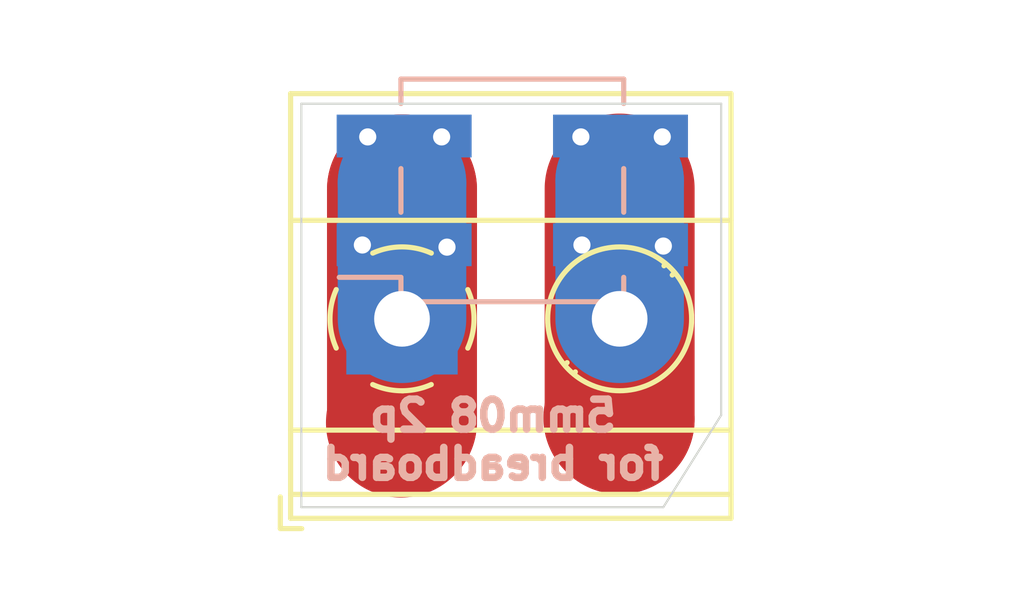
<source format=kicad_pcb>
(kicad_pcb (version 20221018) (generator pcbnew)
  (layers (0 "F.Cu" signal) (31 "B.Cu" signal) (34 "B.Paste" user) (35 "F.Paste" user) (36 "B.SilkS" user "B.Silkscreen") (37 "F.SilkS" user "F.Silkscreen") (38 "B.Mask" user) (39 "F.Mask" user) (44 "Edge.Cuts" user))
  (net 0 "")
  (net 1 "Net-(J1-Pad2)")
  (net 2 "Net-(J1-Pad1)")
  (footprint "TerminalBlock_Phoenix:TerminalBlock_Phoenix_MKDS-1,5-2-5.08_1x02_P5.08mm_Horizontal" (layer "F.Cu") (at 144.25 65.1)
    (fp_text reference "J1" hide)
    (fp_text value "Conn_01x02")
    (fp_line (start -2.84 4.16) (end -2.84 4.9) (stroke (width 0.12)) (layer "F.SilkS"))
    (fp_line (start -2.84 4.9) (end -2.34 4.9) (stroke (width 0.12)) (layer "F.SilkS"))
    (fp_line (start -2.6 -5.261) (end -2.6 4.66) (stroke (width 0.12)) (layer "F.SilkS"))
    (fp_line (start -2.6 -5.261) (end 7.68 -5.261) (stroke (width 0.12)) (layer "F.SilkS"))
    (fp_line (start -2.6 -2.301) (end 7.68 -2.301) (stroke (width 0.12)) (layer "F.SilkS"))
    (fp_line (start -2.6 2.6) (end 7.68 2.6) (stroke (width 0.12)) (layer "F.SilkS"))
    (fp_line (start -2.6 4.1) (end 7.68 4.1) (stroke (width 0.12)) (layer "F.SilkS"))
    (fp_line (start -2.6 4.66) (end 7.68 4.66) (stroke (width 0.12)) (layer "F.SilkS"))
    (fp_line (start 3.853 1.023) (end 3.806 1.069) (stroke (width 0.12)) (layer "F.SilkS"))
    (fp_line (start 4.046 1.239) (end 4.011 1.274) (stroke (width 0.12)) (layer "F.SilkS"))
    (fp_line (start 6.15 -1.275) (end 6.115 -1.239) (stroke (width 0.12)) (layer "F.SilkS"))
    (fp_line (start 6.355 -1.069) (end 6.308 -1.023) (stroke (width 0.12)) (layer "F.SilkS"))
    (fp_line (start 7.68 -5.261) (end 7.68 4.66) (stroke (width 0.12)) (layer "F.SilkS"))
    (fp_arc (start -1.535427 0.683042) (mid -1.680501 -0.000524) (end -1.535 -0.684) (stroke (width 0.12)) (layer "F.SilkS"))
    (fp_arc (start -0.683042 -1.535427) (mid 0.000524 -1.680501) (end 0.684 -1.535) (stroke (width 0.12)) (layer "F.SilkS"))
    (fp_arc (start 0.028805 1.680253) (mid -0.335551 1.646659) (end -0.684 1.535) (stroke (width 0.12)) (layer "F.SilkS"))
    (fp_arc (start 0.683318 1.534756) (mid 0.349292 1.643288) (end 0 1.68) (stroke (width 0.12)) (layer "F.SilkS"))
    (fp_arc (start 1.535427 -0.683042) (mid 1.680501 0.000524) (end 1.535 0.684) (stroke (width 0.12)) (layer "F.SilkS"))
    (fp_circle (center 5.08 0) (end 6.76 0) (stroke (width 0.12)) (fill none) (layer "F.SilkS"))
    (pad "1" thru_hole rect (at 0 0) (size 2.6 2.6) (drill 1.3) (layers "*.Cu" "*.Mask") (net 2 "Net-(J1-Pad1)"))
    (pad "2" thru_hole circle (at 5.08 0) (size 2.6 2.6) (drill 1.3) (layers "*.Cu" "*.Mask") (net 1 "Net-(J1-Pad2)"))
  )
  (footprint "Connector_PinHeader_2.54mm:PinHeader_2x02_P2.54mm_Vertical_SMD" (layer "B.Cu") (at 146.825 62.1)
    (fp_text reference "J2" hide)
    (fp_text value "Conn_02x02_Counter_Clockwise")
    (fp_line (start -4.04 2.03) (end -2.6 2.03) (stroke (width 0.12)) (layer "B.SilkS"))
    (fp_line (start -2.6 -2.6) (end 2.6 -2.6) (stroke (width 0.12)) (layer "B.SilkS"))
    (fp_line (start -2.6 -2.03) (end -2.6 -2.6) (stroke (width 0.12)) (layer "B.SilkS"))
    (fp_line (start -2.6 0.51) (end -2.6 -0.51) (stroke (width 0.12)) (layer "B.SilkS"))
    (fp_line (start -2.6 2.6) (end -2.6 2.03) (stroke (width 0.12)) (layer "B.SilkS"))
    (fp_line (start -2.6 2.6) (end 2.6 2.6) (stroke (width 0.12)) (layer "B.SilkS"))
    (fp_line (start 2.6 -2.03) (end 2.6 -2.6) (stroke (width 0.12)) (layer "B.SilkS"))
    (fp_line (start 2.6 0.51) (end 2.6 -0.51) (stroke (width 0.12)) (layer "B.SilkS"))
    (fp_line (start 2.6 2.6) (end 2.6 2.03) (stroke (width 0.12)) (layer "B.SilkS"))
    (pad "1" smd rect (at -2.525 1.27) (size 3.15 1) (layers "B.Cu" "B.Paste" "B.Mask") (net 2 "Net-(J1-Pad1)"))
    (pad "2" smd rect (at 2.525 1.27) (size 3.15 1) (layers "B.Cu" "B.Paste" "B.Mask") (net 1 "Net-(J1-Pad2)"))
    (pad "3" smd rect (at -2.525 -1.27) (size 3.15 1) (layers "B.Cu" "B.Paste" "B.Mask") (net 2 "Net-(J1-Pad1)"))
    (pad "4" smd rect (at 2.525 -1.27) (size 3.15 1) (layers "B.Cu" "B.Paste" "B.Mask") (net 1 "Net-(J1-Pad2)"))
  )
  (gr_line (start 141.9 69.5) (end 150.35 69.5) (stroke (width 0.05)) (layer "Edge.Cuts"))
  (gr_line (start 151.7 60.075) (end 141.9 60.075) (stroke (width 0.05)) (layer "Edge.Cuts"))
  (gr_line (start 141.9 60.075) (end 141.9 69.5) (stroke (width 0.05)) (layer "Edge.Cuts"))
  (gr_line (start 150.35 69.5) (end 151.7 67.35) (stroke (width 0.05)) (layer "Edge.Cuts"))
  (gr_line (start 151.7 67.35) (end 151.7 60.075) (stroke (width 0.05)) (layer "Edge.Cuts"))
  (gr_text "5mm08 2p\nfor breadboard" (at 146.375 67.925) (layer "B.SilkS") (effects (font (size 0.7 0.7) (thickness 0.175)) (justify mirror)))
  (segment (start 149.33 65.1) (end 149.33 62.05501) (width 3.5) (layer "F.Cu") (net 1))
  (segment (start 149.33 67.44499) (end 149.3 67.41499) (width 3.5) (layer "F.Cu") (net 1))
  (segment (start 149.33 65.1) (end 149.33 67.44499) (width 3.5) (layer "F.Cu") (net 1))
  (via (at 150.35 63.4) (size 0.8) (drill 0.4) (layers "F.Cu" "B.Cu") (net 1))
  (via (at 148.425 60.85) (size 0.8) (drill 0.4) (layers "F.Cu" "B.Cu") (net 1))
  (via (at 150.325 60.85) (size 0.8) (drill 0.4) (layers "F.Cu" "B.Cu") (net 1))
  (via (at 148.45 63.375) (size 0.8) (drill 0.4) (layers "F.Cu" "B.Cu") (net 1))
  (segment (start 149.33 61.88) (end 149.33 61.88) (width 3) (layer "B.Cu") (net 1))
  (segment (start 149.33 62.87) (end 149.33 61.88) (width 3) (layer "B.Cu") (net 1))
  (segment (start 149.33 65.1) (end 149.33 62.87) (width 3) (layer "B.Cu") (net 1))
  (segment (start 144.25 67.5) (end 144.22501 67.52499) (width 3.5) (layer "F.Cu") (net 2))
  (segment (start 144.25 62.075) (end 144.25 67.5) (width 3.5) (layer "F.Cu") (net 2))
  (segment (start 144.25 65.1) (end 144.25 62.075) (width 3.5) (layer "F.Cu") (net 2))
  (via (at 145.3 63.425) (size 0.8) (drill 0.4) (layers "F.Cu" "B.Cu") (net 2))
  (via (at 143.325 63.375) (size 0.8) (drill 0.4) (layers "F.Cu" "B.Cu") (net 2))
  (via (at 143.45 60.85) (size 0.8) (drill 0.4) (layers "F.Cu" "B.Cu") (net 2))
  (via (at 145.175 60.85) (size 0.8) (drill 0.4) (layers "F.Cu" "B.Cu") (net 2))
  (segment (start 144.25 61.925) (end 144.25 61.925) (width 3) (layer "B.Cu") (net 2))
  (segment (start 144.25 62.975) (end 144.25 61.925) (width 3) (layer "B.Cu") (net 2))
  (segment (start 144.25 65.1) (end 144.25 62.975) (width 3) (layer "B.Cu") (net 2))
)
</source>
